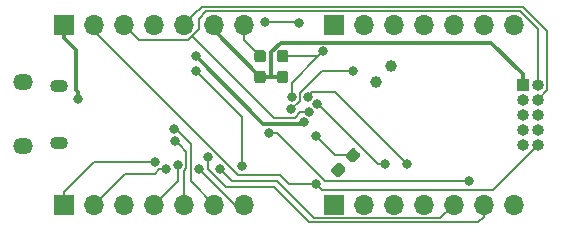
<source format=gbl>
G04 #@! TF.GenerationSoftware,KiCad,Pcbnew,(5.1.2)-2*
G04 #@! TF.CreationDate,2019-11-25T16:57:55+01:00*
G04 #@! TF.ProjectId,nanoSAMD21E18v1,6e616e6f-5341-44d4-9432-314531387631,rev?*
G04 #@! TF.SameCoordinates,Original*
G04 #@! TF.FileFunction,Copper,L2,Bot*
G04 #@! TF.FilePolarity,Positive*
%FSLAX46Y46*%
G04 Gerber Fmt 4.6, Leading zero omitted, Abs format (unit mm)*
G04 Created by KiCad (PCBNEW (5.1.2)-2) date 2019-11-25 16:57:55*
%MOMM*%
%LPD*%
G04 APERTURE LIST*
%ADD10C,0.100000*%
%ADD11C,0.950000*%
%ADD12O,1.700000X1.700000*%
%ADD13R,1.700000X1.700000*%
%ADD14R,1.000000X1.000000*%
%ADD15O,1.000000X1.000000*%
%ADD16O,1.500000X1.100000*%
%ADD17O,1.700000X1.350000*%
%ADD18C,1.000000*%
%ADD19C,0.800000*%
%ADD20C,0.300000*%
%ADD21C,0.200000*%
G04 APERTURE END LIST*
D10*
G36*
X142627779Y-90013144D02*
G01*
X142650834Y-90016563D01*
X142673443Y-90022227D01*
X142695387Y-90030079D01*
X142716457Y-90040044D01*
X142736448Y-90052026D01*
X142755168Y-90065910D01*
X142772438Y-90081562D01*
X142788090Y-90098832D01*
X142801974Y-90117552D01*
X142813956Y-90137543D01*
X142823921Y-90158613D01*
X142831773Y-90180557D01*
X142837437Y-90203166D01*
X142840856Y-90226221D01*
X142842000Y-90249500D01*
X142842000Y-90824500D01*
X142840856Y-90847779D01*
X142837437Y-90870834D01*
X142831773Y-90893443D01*
X142823921Y-90915387D01*
X142813956Y-90936457D01*
X142801974Y-90956448D01*
X142788090Y-90975168D01*
X142772438Y-90992438D01*
X142755168Y-91008090D01*
X142736448Y-91021974D01*
X142716457Y-91033956D01*
X142695387Y-91043921D01*
X142673443Y-91051773D01*
X142650834Y-91057437D01*
X142627779Y-91060856D01*
X142604500Y-91062000D01*
X142129500Y-91062000D01*
X142106221Y-91060856D01*
X142083166Y-91057437D01*
X142060557Y-91051773D01*
X142038613Y-91043921D01*
X142017543Y-91033956D01*
X141997552Y-91021974D01*
X141978832Y-91008090D01*
X141961562Y-90992438D01*
X141945910Y-90975168D01*
X141932026Y-90956448D01*
X141920044Y-90936457D01*
X141910079Y-90915387D01*
X141902227Y-90893443D01*
X141896563Y-90870834D01*
X141893144Y-90847779D01*
X141892000Y-90824500D01*
X141892000Y-90249500D01*
X141893144Y-90226221D01*
X141896563Y-90203166D01*
X141902227Y-90180557D01*
X141910079Y-90158613D01*
X141920044Y-90137543D01*
X141932026Y-90117552D01*
X141945910Y-90098832D01*
X141961562Y-90081562D01*
X141978832Y-90065910D01*
X141997552Y-90052026D01*
X142017543Y-90040044D01*
X142038613Y-90030079D01*
X142060557Y-90022227D01*
X142083166Y-90016563D01*
X142106221Y-90013144D01*
X142129500Y-90012000D01*
X142604500Y-90012000D01*
X142627779Y-90013144D01*
X142627779Y-90013144D01*
G37*
D11*
X142367000Y-90537000D03*
D10*
G36*
X142627779Y-88263144D02*
G01*
X142650834Y-88266563D01*
X142673443Y-88272227D01*
X142695387Y-88280079D01*
X142716457Y-88290044D01*
X142736448Y-88302026D01*
X142755168Y-88315910D01*
X142772438Y-88331562D01*
X142788090Y-88348832D01*
X142801974Y-88367552D01*
X142813956Y-88387543D01*
X142823921Y-88408613D01*
X142831773Y-88430557D01*
X142837437Y-88453166D01*
X142840856Y-88476221D01*
X142842000Y-88499500D01*
X142842000Y-89074500D01*
X142840856Y-89097779D01*
X142837437Y-89120834D01*
X142831773Y-89143443D01*
X142823921Y-89165387D01*
X142813956Y-89186457D01*
X142801974Y-89206448D01*
X142788090Y-89225168D01*
X142772438Y-89242438D01*
X142755168Y-89258090D01*
X142736448Y-89271974D01*
X142716457Y-89283956D01*
X142695387Y-89293921D01*
X142673443Y-89301773D01*
X142650834Y-89307437D01*
X142627779Y-89310856D01*
X142604500Y-89312000D01*
X142129500Y-89312000D01*
X142106221Y-89310856D01*
X142083166Y-89307437D01*
X142060557Y-89301773D01*
X142038613Y-89293921D01*
X142017543Y-89283956D01*
X141997552Y-89271974D01*
X141978832Y-89258090D01*
X141961562Y-89242438D01*
X141945910Y-89225168D01*
X141932026Y-89206448D01*
X141920044Y-89186457D01*
X141910079Y-89165387D01*
X141902227Y-89143443D01*
X141896563Y-89120834D01*
X141893144Y-89097779D01*
X141892000Y-89074500D01*
X141892000Y-88499500D01*
X141893144Y-88476221D01*
X141896563Y-88453166D01*
X141902227Y-88430557D01*
X141910079Y-88408613D01*
X141920044Y-88387543D01*
X141932026Y-88367552D01*
X141945910Y-88348832D01*
X141961562Y-88331562D01*
X141978832Y-88315910D01*
X141997552Y-88302026D01*
X142017543Y-88290044D01*
X142038613Y-88280079D01*
X142060557Y-88272227D01*
X142083166Y-88266563D01*
X142106221Y-88263144D01*
X142129500Y-88262000D01*
X142604500Y-88262000D01*
X142627779Y-88263144D01*
X142627779Y-88263144D01*
G37*
D11*
X142367000Y-88787000D03*
D10*
G36*
X144532779Y-90013144D02*
G01*
X144555834Y-90016563D01*
X144578443Y-90022227D01*
X144600387Y-90030079D01*
X144621457Y-90040044D01*
X144641448Y-90052026D01*
X144660168Y-90065910D01*
X144677438Y-90081562D01*
X144693090Y-90098832D01*
X144706974Y-90117552D01*
X144718956Y-90137543D01*
X144728921Y-90158613D01*
X144736773Y-90180557D01*
X144742437Y-90203166D01*
X144745856Y-90226221D01*
X144747000Y-90249500D01*
X144747000Y-90824500D01*
X144745856Y-90847779D01*
X144742437Y-90870834D01*
X144736773Y-90893443D01*
X144728921Y-90915387D01*
X144718956Y-90936457D01*
X144706974Y-90956448D01*
X144693090Y-90975168D01*
X144677438Y-90992438D01*
X144660168Y-91008090D01*
X144641448Y-91021974D01*
X144621457Y-91033956D01*
X144600387Y-91043921D01*
X144578443Y-91051773D01*
X144555834Y-91057437D01*
X144532779Y-91060856D01*
X144509500Y-91062000D01*
X144034500Y-91062000D01*
X144011221Y-91060856D01*
X143988166Y-91057437D01*
X143965557Y-91051773D01*
X143943613Y-91043921D01*
X143922543Y-91033956D01*
X143902552Y-91021974D01*
X143883832Y-91008090D01*
X143866562Y-90992438D01*
X143850910Y-90975168D01*
X143837026Y-90956448D01*
X143825044Y-90936457D01*
X143815079Y-90915387D01*
X143807227Y-90893443D01*
X143801563Y-90870834D01*
X143798144Y-90847779D01*
X143797000Y-90824500D01*
X143797000Y-90249500D01*
X143798144Y-90226221D01*
X143801563Y-90203166D01*
X143807227Y-90180557D01*
X143815079Y-90158613D01*
X143825044Y-90137543D01*
X143837026Y-90117552D01*
X143850910Y-90098832D01*
X143866562Y-90081562D01*
X143883832Y-90065910D01*
X143902552Y-90052026D01*
X143922543Y-90040044D01*
X143943613Y-90030079D01*
X143965557Y-90022227D01*
X143988166Y-90016563D01*
X144011221Y-90013144D01*
X144034500Y-90012000D01*
X144509500Y-90012000D01*
X144532779Y-90013144D01*
X144532779Y-90013144D01*
G37*
D11*
X144272000Y-90537000D03*
D10*
G36*
X144532779Y-88263144D02*
G01*
X144555834Y-88266563D01*
X144578443Y-88272227D01*
X144600387Y-88280079D01*
X144621457Y-88290044D01*
X144641448Y-88302026D01*
X144660168Y-88315910D01*
X144677438Y-88331562D01*
X144693090Y-88348832D01*
X144706974Y-88367552D01*
X144718956Y-88387543D01*
X144728921Y-88408613D01*
X144736773Y-88430557D01*
X144742437Y-88453166D01*
X144745856Y-88476221D01*
X144747000Y-88499500D01*
X144747000Y-89074500D01*
X144745856Y-89097779D01*
X144742437Y-89120834D01*
X144736773Y-89143443D01*
X144728921Y-89165387D01*
X144718956Y-89186457D01*
X144706974Y-89206448D01*
X144693090Y-89225168D01*
X144677438Y-89242438D01*
X144660168Y-89258090D01*
X144641448Y-89271974D01*
X144621457Y-89283956D01*
X144600387Y-89293921D01*
X144578443Y-89301773D01*
X144555834Y-89307437D01*
X144532779Y-89310856D01*
X144509500Y-89312000D01*
X144034500Y-89312000D01*
X144011221Y-89310856D01*
X143988166Y-89307437D01*
X143965557Y-89301773D01*
X143943613Y-89293921D01*
X143922543Y-89283956D01*
X143902552Y-89271974D01*
X143883832Y-89258090D01*
X143866562Y-89242438D01*
X143850910Y-89225168D01*
X143837026Y-89206448D01*
X143825044Y-89186457D01*
X143815079Y-89165387D01*
X143807227Y-89143443D01*
X143801563Y-89120834D01*
X143798144Y-89097779D01*
X143797000Y-89074500D01*
X143797000Y-88499500D01*
X143798144Y-88476221D01*
X143801563Y-88453166D01*
X143807227Y-88430557D01*
X143815079Y-88408613D01*
X143825044Y-88387543D01*
X143837026Y-88367552D01*
X143850910Y-88348832D01*
X143866562Y-88331562D01*
X143883832Y-88315910D01*
X143902552Y-88302026D01*
X143922543Y-88290044D01*
X143943613Y-88280079D01*
X143965557Y-88272227D01*
X143988166Y-88266563D01*
X144011221Y-88263144D01*
X144034500Y-88262000D01*
X144509500Y-88262000D01*
X144532779Y-88263144D01*
X144532779Y-88263144D01*
G37*
D11*
X144272000Y-88787000D03*
D12*
X163830000Y-86106000D03*
X161290000Y-86106000D03*
X158750000Y-86106000D03*
X156210000Y-86106000D03*
X153670000Y-86106000D03*
X151130000Y-86106000D03*
D13*
X148590000Y-86106000D03*
D12*
X140970000Y-86106000D03*
X138430000Y-86106000D03*
X135890000Y-86106000D03*
X133350000Y-86106000D03*
X130810000Y-86106000D03*
X128270000Y-86106000D03*
D13*
X125730000Y-86106000D03*
D12*
X163830000Y-101346000D03*
X161290000Y-101346000D03*
X158750000Y-101346000D03*
X156210000Y-101346000D03*
X153670000Y-101346000D03*
X151130000Y-101346000D03*
D13*
X148590000Y-101346000D03*
D12*
X140970000Y-101346000D03*
X138430000Y-101346000D03*
X135890000Y-101346000D03*
X133350000Y-101346000D03*
X130810000Y-101346000D03*
X128270000Y-101346000D03*
D13*
X125730000Y-101346000D03*
D10*
G36*
X149045916Y-97801131D02*
G01*
X149068971Y-97804550D01*
X149091580Y-97810214D01*
X149113524Y-97818066D01*
X149134594Y-97828031D01*
X149154585Y-97840013D01*
X149173305Y-97853897D01*
X149190575Y-97869549D01*
X149526451Y-98205425D01*
X149542103Y-98222695D01*
X149555987Y-98241415D01*
X149567969Y-98261406D01*
X149577934Y-98282476D01*
X149585786Y-98304420D01*
X149591450Y-98327029D01*
X149594869Y-98350084D01*
X149596013Y-98373363D01*
X149594869Y-98396642D01*
X149591450Y-98419697D01*
X149585786Y-98442306D01*
X149577934Y-98464250D01*
X149567969Y-98485320D01*
X149555987Y-98505311D01*
X149542103Y-98524031D01*
X149526451Y-98541301D01*
X149119865Y-98947887D01*
X149102595Y-98963539D01*
X149083875Y-98977423D01*
X149063884Y-98989405D01*
X149042814Y-98999370D01*
X149020870Y-99007222D01*
X148998261Y-99012886D01*
X148975206Y-99016305D01*
X148951927Y-99017449D01*
X148928648Y-99016305D01*
X148905593Y-99012886D01*
X148882984Y-99007222D01*
X148861040Y-98999370D01*
X148839970Y-98989405D01*
X148819979Y-98977423D01*
X148801259Y-98963539D01*
X148783989Y-98947887D01*
X148448113Y-98612011D01*
X148432461Y-98594741D01*
X148418577Y-98576021D01*
X148406595Y-98556030D01*
X148396630Y-98534960D01*
X148388778Y-98513016D01*
X148383114Y-98490407D01*
X148379695Y-98467352D01*
X148378551Y-98444073D01*
X148379695Y-98420794D01*
X148383114Y-98397739D01*
X148388778Y-98375130D01*
X148396630Y-98353186D01*
X148406595Y-98332116D01*
X148418577Y-98312125D01*
X148432461Y-98293405D01*
X148448113Y-98276135D01*
X148854699Y-97869549D01*
X148871969Y-97853897D01*
X148890689Y-97840013D01*
X148910680Y-97828031D01*
X148931750Y-97818066D01*
X148953694Y-97810214D01*
X148976303Y-97804550D01*
X148999358Y-97801131D01*
X149022637Y-97799987D01*
X149045916Y-97801131D01*
X149045916Y-97801131D01*
G37*
D11*
X148987282Y-98408718D03*
D10*
G36*
X150283352Y-96563695D02*
G01*
X150306407Y-96567114D01*
X150329016Y-96572778D01*
X150350960Y-96580630D01*
X150372030Y-96590595D01*
X150392021Y-96602577D01*
X150410741Y-96616461D01*
X150428011Y-96632113D01*
X150763887Y-96967989D01*
X150779539Y-96985259D01*
X150793423Y-97003979D01*
X150805405Y-97023970D01*
X150815370Y-97045040D01*
X150823222Y-97066984D01*
X150828886Y-97089593D01*
X150832305Y-97112648D01*
X150833449Y-97135927D01*
X150832305Y-97159206D01*
X150828886Y-97182261D01*
X150823222Y-97204870D01*
X150815370Y-97226814D01*
X150805405Y-97247884D01*
X150793423Y-97267875D01*
X150779539Y-97286595D01*
X150763887Y-97303865D01*
X150357301Y-97710451D01*
X150340031Y-97726103D01*
X150321311Y-97739987D01*
X150301320Y-97751969D01*
X150280250Y-97761934D01*
X150258306Y-97769786D01*
X150235697Y-97775450D01*
X150212642Y-97778869D01*
X150189363Y-97780013D01*
X150166084Y-97778869D01*
X150143029Y-97775450D01*
X150120420Y-97769786D01*
X150098476Y-97761934D01*
X150077406Y-97751969D01*
X150057415Y-97739987D01*
X150038695Y-97726103D01*
X150021425Y-97710451D01*
X149685549Y-97374575D01*
X149669897Y-97357305D01*
X149656013Y-97338585D01*
X149644031Y-97318594D01*
X149634066Y-97297524D01*
X149626214Y-97275580D01*
X149620550Y-97252971D01*
X149617131Y-97229916D01*
X149615987Y-97206637D01*
X149617131Y-97183358D01*
X149620550Y-97160303D01*
X149626214Y-97137694D01*
X149634066Y-97115750D01*
X149644031Y-97094680D01*
X149656013Y-97074689D01*
X149669897Y-97055969D01*
X149685549Y-97038699D01*
X150092135Y-96632113D01*
X150109405Y-96616461D01*
X150128125Y-96602577D01*
X150148116Y-96590595D01*
X150169186Y-96580630D01*
X150191130Y-96572778D01*
X150213739Y-96567114D01*
X150236794Y-96563695D01*
X150260073Y-96562551D01*
X150283352Y-96563695D01*
X150283352Y-96563695D01*
G37*
D11*
X150224718Y-97171282D03*
D14*
X164592000Y-91186000D03*
D15*
X165862000Y-91186000D03*
X164592000Y-92456000D03*
X165862000Y-92456000D03*
X164592000Y-93726000D03*
X165862000Y-93726000D03*
X164592000Y-94996000D03*
X165862000Y-94996000D03*
X164592000Y-96266000D03*
X165862000Y-96266000D03*
D16*
X125329000Y-91281000D03*
X125329000Y-96121000D03*
D17*
X122329000Y-90971000D03*
X122329000Y-96431000D03*
D18*
X152146000Y-90932000D03*
X153489503Y-89588497D03*
D19*
X148987282Y-98408718D03*
X126945000Y-92400998D03*
X147066000Y-99568000D03*
X136906000Y-88772996D03*
X146050000Y-94361000D03*
X142747993Y-85852007D03*
X145654994Y-85964994D03*
X134366000Y-98351594D03*
X135382000Y-97992808D03*
X135188730Y-95946758D03*
X137160000Y-98298000D03*
X152908000Y-97917000D03*
X147209902Y-92795300D03*
X154813000Y-97917000D03*
X146394011Y-92247010D03*
X138938000Y-98298000D03*
X137922000Y-97282000D03*
X160020000Y-99314000D03*
X143129000Y-95250000D03*
X146544816Y-93515081D03*
X140815840Y-98125990D03*
X136928222Y-90047216D03*
X145034000Y-92202000D03*
X147701002Y-88360010D03*
X145024964Y-93290954D03*
X150241002Y-90043000D03*
X133436274Y-97734109D03*
X135115420Y-94969492D03*
X147066000Y-95504000D03*
D20*
X126945000Y-91835313D02*
X126945000Y-92400998D01*
X126746000Y-91636313D02*
X126945000Y-91835313D01*
X126746000Y-88272000D02*
X126746000Y-91636313D01*
X125730000Y-86106000D02*
X125730000Y-87256000D01*
X125730000Y-87256000D02*
X126746000Y-88272000D01*
D21*
X162052000Y-100076000D02*
X165862000Y-96266000D01*
X147066000Y-99568000D02*
X147574000Y-100076000D01*
X147574000Y-100076000D02*
X162052000Y-100076000D01*
X144780000Y-99568000D02*
X147066000Y-99568000D01*
X144018000Y-98806000D02*
X144780000Y-99568000D01*
X140462000Y-98806000D02*
X144018000Y-98806000D01*
X128270000Y-86106000D02*
X128270000Y-86614000D01*
X128270000Y-86614000D02*
X140462000Y-98806000D01*
D20*
X138430000Y-86600000D02*
X142367000Y-90537000D01*
X138430000Y-86106000D02*
X138430000Y-86600000D01*
X144272000Y-90537000D02*
X143270000Y-90537000D01*
X143270000Y-90537000D02*
X142367000Y-90537000D01*
X142653002Y-94519998D02*
X145891002Y-94519998D01*
X145891002Y-94519998D02*
X146050000Y-94361000D01*
X136906000Y-88772996D02*
X142653002Y-94519998D01*
X164592000Y-90297000D02*
X164592000Y-91186000D01*
X161925000Y-87630000D02*
X164592000Y-90297000D01*
X144101418Y-87630000D02*
X161925000Y-87630000D01*
X143270000Y-90537000D02*
X143270000Y-88461418D01*
X143270000Y-88461418D02*
X144101418Y-87630000D01*
D21*
X142748000Y-85852000D02*
X142747993Y-85852007D01*
X145654994Y-85964994D02*
X145542000Y-85852000D01*
X145542000Y-85852000D02*
X142748000Y-85852000D01*
X128270000Y-101346000D02*
X130891998Y-98724002D01*
X133800315Y-98351594D02*
X134366000Y-98351594D01*
X133427907Y-98724002D02*
X133800315Y-98351594D01*
X130891998Y-98724002D02*
X133427907Y-98724002D01*
X135382000Y-98558493D02*
X135382000Y-97992808D01*
X133350000Y-101346000D02*
X135382000Y-99314000D01*
X135382000Y-99314000D02*
X135382000Y-98558493D01*
X136099987Y-98273807D02*
X136099987Y-96858015D01*
X136099987Y-96858015D02*
X135588729Y-96346757D01*
X135890000Y-98483794D02*
X136099987Y-98273807D01*
X135588729Y-96346757D02*
X135188730Y-95946758D01*
X135890000Y-101346000D02*
X135890000Y-98483794D01*
X140208000Y-101346000D02*
X137160000Y-98298000D01*
X140970000Y-101346000D02*
X140208000Y-101346000D01*
X152331602Y-97917000D02*
X147609901Y-93195299D01*
X152908000Y-97917000D02*
X152331602Y-97917000D01*
X147609901Y-93195299D02*
X147209902Y-92795300D01*
X154813000Y-97917000D02*
X148743011Y-91847011D01*
X148743011Y-91847011D02*
X146794010Y-91847011D01*
X146794010Y-91847011D02*
X146394011Y-92247010D01*
X158750000Y-101346000D02*
X157619999Y-102476001D01*
X146926001Y-102476001D02*
X143764000Y-99314000D01*
X139337999Y-98697999D02*
X138938000Y-98298000D01*
X157619999Y-102476001D02*
X146926001Y-102476001D01*
X143764000Y-99314000D02*
X139954000Y-99314000D01*
X139954000Y-99314000D02*
X139337999Y-98697999D01*
X137922000Y-97282000D02*
X137922000Y-98298000D01*
X137922000Y-98298000D02*
X139446000Y-99822000D01*
X139446000Y-99822000D02*
X143510000Y-99822000D01*
X143510000Y-99822000D02*
X146544012Y-102856012D01*
X161290000Y-102362000D02*
X161290000Y-101346000D01*
X146544012Y-102856012D02*
X160795988Y-102856012D01*
X160795988Y-102856012D02*
X161290000Y-102362000D01*
X143764000Y-95250000D02*
X143694685Y-95250000D01*
X147828000Y-99314000D02*
X143764000Y-95250000D01*
X143694685Y-95250000D02*
X143129000Y-95250000D01*
X160020000Y-99314000D02*
X147828000Y-99314000D01*
X165862000Y-90478894D02*
X165862000Y-91186000D01*
X137160000Y-86508402D02*
X137160000Y-85598000D01*
X136853201Y-86815201D02*
X137160000Y-86508402D01*
X137160000Y-85598000D02*
X137795989Y-84962011D01*
X137795989Y-84962011D02*
X164358413Y-84962011D01*
X164358413Y-84962011D02*
X165862000Y-86465598D01*
X165862000Y-86465598D02*
X165862000Y-90478894D01*
X136292402Y-87376000D02*
X136853201Y-86815201D01*
X130810000Y-86106000D02*
X132080000Y-87376000D01*
X132080000Y-87376000D02*
X136292402Y-87376000D01*
X145297598Y-93980000D02*
X145762517Y-93515081D01*
X145762517Y-93515081D02*
X146544816Y-93515081D01*
X136853201Y-86815201D02*
X136599201Y-87069201D01*
X136599201Y-87069201D02*
X143510000Y-93980000D01*
X143510000Y-93980000D02*
X145297598Y-93980000D01*
X137414000Y-84582000D02*
X136739999Y-85256001D01*
X164592000Y-84582000D02*
X137414000Y-84582000D01*
X166642001Y-86632001D02*
X164592000Y-84582000D01*
X166642001Y-91675999D02*
X166642001Y-86632001D01*
X136739999Y-85256001D02*
X135890000Y-86106000D01*
X165862000Y-92456000D02*
X166642001Y-91675999D01*
X137328221Y-90447215D02*
X136928222Y-90047216D01*
X140815840Y-93934834D02*
X137328221Y-90447215D01*
X140815840Y-98125990D02*
X140815840Y-93934834D01*
X140970000Y-87390000D02*
X142367000Y-88787000D01*
X140970000Y-86106000D02*
X140970000Y-87390000D01*
X147274012Y-88787000D02*
X147301003Y-88760009D01*
X147301003Y-88760009D02*
X147701002Y-88360010D01*
X144272000Y-88787000D02*
X147274012Y-88787000D01*
X145034000Y-92202000D02*
X145034000Y-91027012D01*
X145034000Y-91027012D02*
X147301003Y-88760009D01*
X145714001Y-91902997D02*
X147573998Y-90043000D01*
X145714001Y-92601917D02*
X145714001Y-91902997D01*
X145024964Y-93290954D02*
X145714001Y-92601917D01*
X147573998Y-90043000D02*
X149675317Y-90043000D01*
X149675317Y-90043000D02*
X150241002Y-90043000D01*
X132870589Y-97734109D02*
X133436274Y-97734109D01*
X125730000Y-100296000D02*
X128291891Y-97734109D01*
X125730000Y-101346000D02*
X125730000Y-100296000D01*
X128291891Y-97734109D02*
X132870589Y-97734109D01*
X136479998Y-96231622D02*
X135217868Y-94969492D01*
X135217868Y-94969492D02*
X135115420Y-94969492D01*
X136479998Y-99395998D02*
X136479998Y-96231622D01*
X138430000Y-101346000D02*
X136479998Y-99395998D01*
X150224718Y-97171282D02*
X148733282Y-97171282D01*
X148733282Y-97171282D02*
X147066000Y-95504000D01*
M02*

</source>
